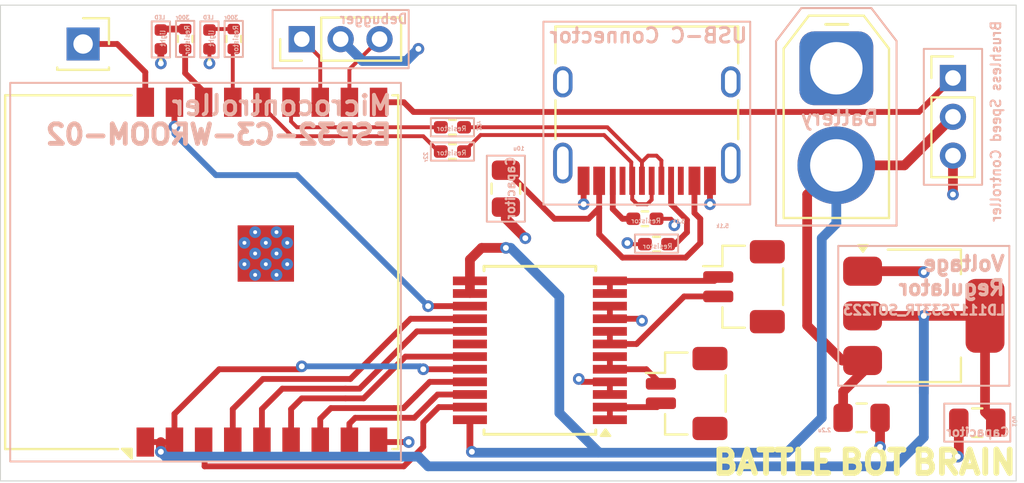
<source format=kicad_pcb>
(kicad_pcb (version 20241229) (generator "pcbnew") (generator_version "9.0")
  (layers (0 "F.Cu" signal) (2 "B.Cu" signal) (13 "F.Paste" user) (15 "B.Paste" user) (5 "F.SilkS" user "F.Silkscreen") (7 "B.SilkS" user "B.Silkscreen") (1 "F.Mask" user) (3 "B.Mask" user) (25 "Edge.Cuts" user))
  (net 0 "")
  (net 1 "VBUS")
  (net 2 "GND")
  (net 3 "Net-(J1-CC1)")
  (net 4 "Net-(J1-D--PadA7)")
  (net 5 "Net-(J1-D+-PadA6)")
  (net 6 "Net-(J1-CC2)")
  (net 7 "/USB_D+")
  (net 8 "/USB_D-")
  (net 9 "+3V3")
  (net 10 "+BATT")
  (net 11 "/BOOT")
  (net 12 "Net-(D2-A)")
  (net 13 "Net-(M1-Pin_2)")
  (net 14 "Net-(M1-Pin_1)")
  (net 15 "Net-(M2-Pin_2)")
  (net 16 "Net-(M2-Pin_1)")
  (net 17 "/L1")
  (net 18 "Net-(DBG1-Pin_1)")
  (net 19 "/ESC_PWM")
  (net 20 "/PWM_B")
  (net 21 "/PWM_A")
  (net 22 "Net-(DBG1-Pin_3)")
  (net 23 "/AIN2")
  (net 24 "/AIN1")
  (net 25 "/STBY")
  (net 26 "/BIN1")
  (net 27 "/BIN2")
  (net 28 "Net-(D1-A)")
  (net 29 "/L2")
  (footprint "Connector_AMASS:AMASS_XT30U-F_1x02_P5.0mm_Vertical" (layer "F.Cu") (at 142.75 73.75 -90)
    (property "Reference" "J2" (hide yes))
    (property "Value" "Conn_01x02_Socket" (hide yes))
    (fp_text user "+" (at 0 0 90) (layer "F.SilkS") (effects (font (size 1.5 1.5))))
    (fp_text user "-" (at -2.375 -0.025 180) (layer "F.SilkS") (effects (font (size 1.5 1.5))))
    (pad "1" thru_hole roundrect (at 0 0 270) (size 3.8 3.8) (drill 2.7) (layers "*.Cu" "*.Mask") (roundrect_rratio 0.2) (net 2 "GND"))
    (pad "2" thru_hole circle (at 5 0 270) (size 4 4) (drill 2.7) (layers "*.Cu" "*.Mask") (net 10 "+BATT"))
  )
  (footprint "RF_Module:ESP32-C3-WROOM-02" (layer "F.Cu") (at 113.2 84.25 90)
    (property "Reference" "U1" (hide yes))
    (property "Value" "ESP32-C3-WROOM-02" (hide yes))
    (pad "1" smd rect (at -8.75 -6 90) (size 1.5 0.9) (layers "F.Cu" "F.Mask" "F.Paste") (net 9 "+3V3"))
    (pad "2" smd rect (at -8.75 -4.5 90) (size 1.5 0.9) (layers "F.Cu" "F.Mask" "F.Paste") (net 9 "+3V3"))
    (pad "3" smd rect (at -8.75 -3 90) (size 1.5 0.9) (layers "F.Cu" "F.Mask" "F.Paste") (net 21 "/PWM_A"))
    (pad "4" smd rect (at -8.75 -1.5 90) (size 1.5 0.9) (layers "F.Cu" "F.Mask" "F.Paste") (net 27 "/BIN2"))
    (pad "5" smd rect (at -8.75 0 90) (size 1.5 0.9) (layers "F.Cu" "F.Mask" "F.Paste") (net 26 "/BIN1"))
    (pad "6" smd rect (at -8.75 1.5 90) (size 1.5 0.9) (layers "F.Cu" "F.Mask" "F.Paste") (net 25 "/STBY"))
    (pad "7" smd rect (at -8.75 3 90) (size 1.5 0.9) (layers "F.Cu" "F.Mask" "F.Paste") (net 24 "/AIN1"))
    (pad "8" smd rect (at -8.75 4.5 90) (size 1.5 0.9) (layers "F.Cu" "F.Mask" "F.Paste") (net 23 "/AIN2"))
    (pad "9" smd rect (at -8.75 6 90) (size 1.5 0.9) (layers "F.Cu" "F.Mask" "F.Paste") (net 2 "GND"))
    (pad "10" smd rect (at 8.75 6 90) (size 1.5 0.9) (layers "F.Cu" "F.Mask" "F.Paste") (net 19 "/ESC_PWM"))
    (pad "11" smd rect (at 8.75 4.5 90) (size 1.5 0.9) (layers "F.Cu" "F.Mask" "F.Paste") (net 22 "Net-(DBG1-Pin_3)"))
    (pad "12" smd rect (at 8.75 3 90) (size 1.5 0.9) (layers "F.Cu" "F.Mask" "F.Paste") (net 18 "Net-(DBG1-Pin_1)"))
    (pad "13" smd rect (at 8.75 1.5 90) (size 1.5 0.9) (layers "F.Cu" "F.Mask" "F.Paste") (net 8 "/USB_D-"))
    (pad "14" smd rect (at 8.75 0 90) (size 1.5 0.9) (layers "F.Cu" "F.Mask" "F.Paste") (net 7 "/USB_D+"))
    (pad "15" smd rect (at 8.75 -1.5 90) (size 1.5 0.9) (layers "F.Cu" "F.Mask" "F.Paste") (net 17 "/L1"))
    (pad "16" smd rect (at 8.75 -3 90) (size 1.5 0.9) (layers "F.Cu" "F.Mask" "F.Paste") (net 29 "/L2"))
    (pad "17" smd rect (at 8.75 -4.5 90) (size 1.5 0.9) (layers "F.Cu" "F.Mask" "F.Paste") (net 20 "/PWM_B"))
    (pad "18" smd rect (at 8.75 -6 90) (size 1.5 0.9) (layers "F.Cu" "F.Mask" "F.Paste") (net 11 "/BOOT"))
    (pad "19" thru_hole circle (at -0.14 -0.35 90) (size 0.6 0.6) (drill 0.2) (property pad_prop_heatsink) (layers "*.Cu" "F.Mask") (net 2 "GND"))
    (pad "19" thru_hole circle (at -0.14 0.75 90) (size 0.6 0.6) (drill 0.2) (property pad_prop_heatsink) (layers "*.Cu" "F.Mask") (net 2 "GND"))
    (pad "19" thru_hole circle (at 0.41 -0.9 90) (size 0.6 0.6) (drill 0.2) (property pad_prop_heatsink) (layers "*.Cu" "F.Mask") (net 2 "GND"))
    (pad "19" thru_hole circle (at 0.41 0.2 90) (size 0.6 0.6) (drill 0.2) (property pad_prop_heatsink) (layers "*.Cu" "F.Mask") (net 2 "GND"))
    (pad "19" thru_hole circle (at 0.41 1.3 90) (size 0.6 0.6) (drill 0.2) (property pad_prop_heatsink) (layers "*.Cu" "F.Mask") (net 2 "GND"))
    (pad "19" thru_hole circle (at 0.96 -0.35 90) (size 0.6 0.6) (drill 0.2) (property pad_prop_heatsink) (layers "*.Cu" "F.Mask") (net 2 "GND"))
    (pad "19" smd rect (at 0.96 0.2 90) (size 2.9 2.9) (property pad_prop_heatsink) (layers "F.Cu" "F.Mask") (net 2 "GND"))
    (pad "19" thru_hole circle (at 0.96 0.75 90) (size 0.6 0.6) (drill 0.2) (property pad_prop_heatsink) (layers "*.Cu" "F.Mask") (net 2 "GND"))
    (pad "19" thru_hole circle (at 1.51 -0.9 90) (size 0.6 0.6) (drill 0.2) (property pad_prop_heatsink) (layers "*.Cu" "F.Mask") (net 2 "GND"))
    (pad "19" thru_hole circle (at 1.51 0.2 90) (size 0.6 0.6) (drill 0.2) (property pad_prop_heatsink) (layers "*.Cu" "F.Mask") (net 2 "GND"))
    (pad "19" thru_hole circle (at 1.51 1.3 90) (size 0.6 0.6) (drill 0.2) (property pad_prop_heatsink) (layers "*.Cu" "F.Mask") (net 2 "GND"))
    (pad "19" thru_hole circle (at 2.06 -0.35 90) (size 0.6 0.6) (drill 0.2) (property pad_prop_heatsink) (layers "*.Cu" "F.Mask") (net 2 "GND"))
    (pad "19" thru_hole circle (at 2.06 0.75 90) (size 0.6 0.6) (drill 0.2) (property pad_prop_heatsink) (layers "*.Cu" "F.Mask") (net 2 "GND"))
  )
  (footprint "Connector_PinSocket_2.54mm:PinSocket_1x01_P2.54mm_Vertical" (layer "F.Cu") (at 104 72.5)
    (property "Reference" "J4" (hide yes))
    (property "Value" "Conn_01x01_Pin" (hide yes))
    (pad "1" thru_hole rect (at 0 0) (size 1.7 1.7) (drill 1) (layers "*.Cu" "*.Mask") (net 11 "/BOOT"))
  )
  (footprint "Resistor_SMD:R_0402_1005Metric" (layer "F.Cu") (at 109.25 72.24 90)
    (property "Reference" "R4" (hide yes))
    (property "Value" "330r" (hide yes))
    (pad "1" smd roundrect (at -0.51 0 90) (size 0.54 0.64) (layers "F.Cu" "F.Mask" "F.Paste") (net 29 "/L2"))
    (pad "2" smd roundrect (at 0.51 0 90) (size 0.54 0.64) (layers "F.Cu" "F.Mask" "F.Paste") (net 12 "Net-(D2-A)"))
  )
  (footprint "Resistor_SMD:R_0402_1005Metric_Pad0.72x0.64mm_HandSolder" (layer "F.Cu") (at 123 76.788 180)
    (property "Reference" "R6" (hide yes))
    (property "Value" "22r" (hide yes))
    (pad "1" smd roundrect (at -0.5975 0 180) (size 0.715 0.64) (layers "F.Cu" "F.Mask" "F.Paste") (net 4 "Net-(J1-D--PadA7)"))
    (pad "2" smd roundrect (at 0.5975 0 180) (size 0.715 0.64) (layers "F.Cu" "F.Mask" "F.Paste") (net 8 "/USB_D-"))
  )
  (footprint "Connector_PinHeader_2.00mm:PinHeader_1x03_P2.00mm_Vertical" (layer "F.Cu") (at 115.25 72.25 90)
    (property "Reference" "DBG1" (hide yes))
    (property "Value" "Conn_01x03_Pin" (hide yes))
    (pad "1" thru_hole rect (at 0 0 90) (size 1.35 1.35) (drill 0.8) (layers "*.Cu" "*.Mask") (net 18 "Net-(DBG1-Pin_1)"))
    (pad "2" thru_hole circle (at 0 2 90) (size 1.35 1.35) (drill 0.8) (layers "*.Cu" "*.Mask") (net 2 "GND"))
    (pad "3" thru_hole circle (at 0 4 90) (size 1.35 1.35) (drill 0.8) (layers "*.Cu" "*.Mask") (net 22 "Net-(DBG1-Pin_3)"))
  )
  (footprint "Resistor_SMD:R_0402_1005Metric_Pad0.72x0.64mm_HandSolder" (layer "F.Cu") (at 123 78.038 180)
    (property "Reference" "R5" (hide yes))
    (property "Value" "22r" (hide yes))
    (pad "1" smd roundrect (at -0.5975 0 180) (size 0.715 0.64) (layers "F.Cu" "F.Mask" "F.Paste") (net 5 "Net-(J1-D+-PadA6)"))
    (pad "2" smd roundrect (at 0.5975 0 180) (size 0.715 0.64) (layers "F.Cu" "F.Mask" "F.Paste") (net 7 "/USB_D+"))
  )
  (footprint "Connector_JST:JST_SH_BM02B-SRSS-TB_1x02-1MP_P1.00mm_Vertical" (layer "F.Cu") (at 138 85 -90)
    (property "Reference" "M1" (hide yes))
    (property "Value" "Conn_01x02_Socket" (hide yes))
    (pad "1" smd roundrect (at -0.5 1.325 270) (size 0.6 1.55) (layers "F.Cu" "F.Mask" "F.Paste") (net 14 "Net-(M1-Pin_1)"))
    (pad "2" smd roundrect (at 0.5 1.325 270) (size 0.6 1.55) (layers "F.Cu" "F.Mask" "F.Paste") (net 13 "Net-(M1-Pin_2)"))
    (pad "MP" smd roundrect (at -1.8 -1.2 270) (size 1.2 1.8) (layers "F.Cu" "F.Mask" "F.Paste") (roundrect_rratio 0.208333))
    (pad "MP" smd roundrect (at 1.8 -1.2 270) (size 1.2 1.8) (layers "F.Cu" "F.Mask" "F.Paste") (roundrect_rratio 0.208333))
  )
  (footprint "Resistor_SMD:R_0402_1005Metric_Pad0.72x0.64mm_HandSolder" (layer "F.Cu") (at 133.5 82.81)
    (property "Reference" "R1" (hide yes))
    (property "Value" "5.1k" (hide yes))
    (pad "1" smd roundrect (at -0.5975 0) (size 0.715 0.64) (layers "F.Cu" "F.Mask" "F.Paste") (net 2 "GND"))
    (pad "2" smd roundrect (at 0.5975 0) (size 0.715 0.64) (layers "F.Cu" "F.Mask" "F.Paste") (net 3 "Net-(J1-CC1)"))
  )
  (footprint "Connector_USB:USB_C_Receptacle_HRO_TYPE-C-31-M-12" (layer "F.Cu") (at 133 75.5 180)
    (property "Reference" "J1" (hide yes))
    (property "Value" "USB_C_Receptacle_USB2.0_14P" (hide yes))
    (pad "" np_thru_hole circle (at -2.89 -2.6 180) (size 0.65 0.65) (drill 0.65) (layers "*.Cu" "*.Mask"))
    (pad "" np_thru_hole circle (at 2.89 -2.6 180) (size 0.65 0.65) (drill 0.65) (layers "*.Cu" "*.Mask"))
    (pad "A1" smd rect (at -3.25 -4.045 180) (size 0.6 1.45) (layers "F.Cu" "F.Mask" "F.Paste") (net 2 "GND"))
    (pad "A4" smd rect (at -2.45 -4.045 180) (size 0.6 1.45) (layers "F.Cu" "F.Mask" "F.Paste") (net 1 "VBUS"))
    (pad "A5" smd rect (at -1.25 -4.045 180) (size 0.3 1.45) (layers "F.Cu" "F.Mask" "F.Paste") (net 3 "Net-(J1-CC1)"))
    (pad "A6" smd rect (at -0.25 -4.045 180) (size 0.3 1.45) (layers "F.Cu" "F.Mask" "F.Paste") (net 5 "Net-(J1-D+-PadA6)"))
    (pad "A7" smd rect (at 0.25 -4.045 180) (size 0.3 1.45) (layers "F.Cu" "F.Mask" "F.Paste") (net 4 "Net-(J1-D--PadA7)"))
    (pad "A8" smd rect (at 1.25 -4.045 180) (size 0.3 1.45) (layers "F.Cu" "F.Mask" "F.Paste"))
    (pad "A9" smd rect (at 2.45 -4.045 180) (size 0.6 1.45) (layers "F.Cu" "F.Mask" "F.Paste") (net 1 "VBUS"))
    (pad "A12" smd rect (at 3.25 -4.045 180) (size 0.6 1.45) (layers "F.Cu" "F.Mask" "F.Paste") (net 2 "GND"))
    (pad "B1" smd rect (at 3.25 -4.045 180) (size 0.6 1.45) (layers "F.Cu" "F.Mask" "F.Paste") (net 2 "GND"))
    (pad "B4" smd rect (at 2.45 -4.045 180) (size 0.6 1.45) (layers "F.Cu" "F.Mask" "F.Paste") (net 1 "VBUS"))
    (pad "B5" smd rect (at 1.75 -4.045 180) (size 0.3 1.45) (layers "F.Cu" "F.Mask" "F.Paste") (net 6 "Net-(J1-CC2)"))
    (pad "B6" smd rect (at 0.75 -4.045 180) (size 0.3 1.45) (layers "F.Cu" "F.Mask" "F.Paste") (net 5 "Net-(J1-D+-PadA6)"))
    (pad "B7" smd rect (at -0.75 -4.045 180) (size 0.3 1.45) (layers "F.Cu" "F.Mask" "F.Paste") (net 4 "Net-(J1-D--PadA7)"))
    (pad "B8" smd rect (at -1.75 -4.045 180) (size 0.3 1.45) (layers "F.Cu" "F.Mask" "F.Paste"))
    (pad "B9" smd rect (at -2.45 -4.045 180) (size 0.6 1.45) (layers "F.Cu" "F.Mask" "F.Paste") (net 1 "VBUS"))
    (pad "B12" smd rect (at -3.25 -4.045 180) (size 0.6 1.45) (layers "F.Cu" "F.Mask" "F.Paste") (net 2 "GND"))
    (pad "S1" thru_hole oval (at -4.32 -3.13 180) (size 1 2.1) (drill oval 0.6 1.7) (property pad_prop_heatsink) (layers "*.Cu" "*.Mask") (net 2 "GND"))
    (pad "S1" thru_hole oval (at -4.32 1.05 180) (size 1 1.6) (drill oval 0.6 1.2) (property pad_prop_heatsink) (layers "*.Cu" "*.Mask") (net 2 "GND"))
    (pad "S1" thru_hole oval (at 4.32 -3.13 180) (size 1 2.1) (drill oval 0.6 1.7) (property pad_prop_heatsink) (layers "*.Cu" "*.Mask") (net 2 "GND"))
    (pad "S1" thru_hole oval (at 4.32 1.05 180) (size 1 1.6) (drill oval 0.6 1.2) (property pad_prop_heatsink) (layers "*.Cu" "*.Mask") (net 2 "GND"))
  )
  (footprint "LED_SMD:LED_0402_1005Metric" (layer "F.Cu") (at 110.5 72.265 90)
    (property "Reference" "D1" (hide yes))
    (property "Value" "LED" (hide yes))
    (pad "1" smd roundrect (at -0.485 0 90) (size 0.59 0.64) (layers "F.Cu" "F.Mask" "F.Paste") (net 2 "GND"))
    (pad "2" smd roundrect (at 0.485 0 90) (size 0.59 0.64) (layers "F.Cu" "F.Mask" "F.Paste") (net 28 "Net-(D1-A)"))
  )
  (footprint "Capacitor_SMD:C_0805_2012Metric" (layer "F.Cu") (at 125.75 79.95 -90)
    (property "Reference" "C1" (hide yes))
    (property "Value" "10u" (hide yes))
    (pad "1" smd roundrect (at -0.95 0 270) (size 1 1.45) (layers "F.Cu" "F.Mask" "F.Paste") (net 1 "VBUS"))
    (pad "2" smd roundrect (at 0.95 0 270) (size 1 1.45) (layers "F.Cu" "F.Mask" "F.Paste") (net 2 "GND"))
  )
  (footprint "Package_SO:SSOP-24_5.3x8.2mm_P0.65mm" (layer "F.Cu") (at 127.5 88.275 180)
    (property "Reference" "U2" (hide yes))
    (property "Value" "TB6612FNG")
    (pad "1" smd rect (at -3.6 -3.575 180) (size 1.75 0.45) (layers "F.Cu" "F.Mask" "F.Paste") (net 15 "Net-(M2-Pin_2)"))
    (pad "2" smd rect (at -3.6 -2.925 180) (size 1.75 0.45) (layers "F.Cu" "F.Mask" "F.Paste") (net 15 "Net-(M2-Pin_2)"))
    (pad "3" smd rect (at -3.6 -2.275 180) (size 1.75 0.45) (layers "F.Cu" "F.Mask" "F.Paste") (net 2 "GND"))
    (pad "4" smd rect (at -3.6 -1.625 180) (size 1.75 0.45) (layers "F.Cu" "F.Mask" "F.Paste") (net 2 "GND"))
    (pad "5" smd rect (at -3.6 -0.975 180) (size 1.75 0.45) (layers "F.Cu" "F.Mask" "F.Paste") (net 16 "Net-(M2-Pin_1)"))
    (pad "6" smd rect (at -3.6 -0.325 180) (size 1.75 0.45) (layers "F.Cu" "F.Mask" "F.Paste") (net 16 "Net-(M2-Pin_1)"))
    (pad "7" smd rect (at -3.6 0.325 180) (size 1.75 0.45) (layers "F.Cu" "F.Mask" "F.Paste") (net 13 "Net-(M1-Pin_2)"))
    (pad "8" smd rect (at -3.6 0.975 180) (size 1.75 0.45) (layers "F.Cu" "F.Mask" "F.Paste") (net 13 "Net-(M1-Pin_2)"))
    (pad "9" smd rect (at -3.6 1.625 180) (size 1.75 0.45) (layers "F.Cu" "F.Mask" "F.Paste") (net 2 "GND"))
    (pad "10" smd rect (at -3.6 2.275 180) (size 1.75 0.45) (layers "F.Cu" "F.Mask" "F.Paste") (net 2 "GND"))
    (pad "11" smd rect (at -3.6 2.925 180) (size 1.75 0.45) (layers "F.Cu" "F.Mask" "F.Paste") (net 14 "Net-(M1-Pin_1)"))
    (pad "12" smd rect (at -3.6 3.575 180) (size 1.75 0.45) (layers "F.Cu" "F.Mask" "F.Paste") (net 14 "Net-(M1-Pin_1)"))
    (pad "13" smd rect (at 3.6 3.575 180) (size 1.75 0.45) (layers "F.Cu" "F.Mask" "F.Paste") (net 10 "+BATT"))
    (pad "14" smd rect (at 3.6 2.925 180) (size 1.75 0.45) (layers "F.Cu" "F.Mask" "F.Paste") (net 10 "+BATT"))
    (pad "15" smd rect (at 3.6 2.275 180) (size 1.75 0.45) (layers "F.Cu" "F.Mask" "F.Paste") (net 20 "/PWM_B"))
    (pad "16" smd rect (at 3.6 1.625 180) (size 1.75 0.45) (layers "F.Cu" "F.Mask" "F.Paste") (net 27 "/BIN2"))
    (pad "17" smd rect (at 3.6 0.975 180) (size 1.75 0.45) (layers "F.Cu" "F.Mask" "F.Paste") (net 26 "/BIN1"))
    (pad "18" smd rect (at 3.6 0.325 180) (size 1.75 0.45) (layers "F.Cu" "F.Mask" "F.Paste") (net 2 "GND"))
    (pad "19" smd rect (at 3.6 -0.325 180) (size 1.75 0.45) (layers "F.Cu" "F.Mask" "F.Paste") (net 25 "/STBY"))
    (pad "20" smd rect (at 3.6 -0.975 180) (size 1.75 0.45) (layers "F.Cu" "F.Mask" "F.Paste") (net 9 "+3V3"))
    (pad "21" smd rect (at 3.6 -1.625 180) (size 1.75 0.45) (layers "F.Cu" "F.Mask" "F.Paste") (net 24 "/AIN1"))
    (pad "22" smd rect (at 3.6 -2.275 180) (size 1.75 0.45) (layers "F.Cu" "F.Mask" "F.Paste") (net 23 "/AIN2"))
    (pad "23" smd rect (at 3.6 -2.925 180) (size 1.75 0.45) (layers "F.Cu" "F.Mask" "F.Paste") (net 21 "/PWM_A"))
    (pad "24" smd rect (at 3.6 -3.575 180) (size 1.75 0.45) (layers "F.Cu" "F.Mask" "F.Paste") (net 10 "+BATT"))
  )
  (footprint "Resistor_SMD:R_0402_1005Metric" (layer "F.Cu") (at 111.75 72.24 90)
    (property "Reference" "R3" (hide yes))
    (property "Value" "330r" (hide yes))
    (pad "1" smd roundrect (at -0.51 0 90) (size 0.54 0.64) (layers "F.Cu" "F.Mask" "F.Paste") (net 17 "/L1"))
    (pad "2" smd roundrect (at 0.51 0 90) (size 0.54 0.64) (layers "F.Cu" "F.Mask" "F.Paste") (net 28 "Net-(D1-A)"))
  )
  (footprint "LED_SMD:LED_0402_1005Metric" (layer "F.Cu") (at 108 72.265 90)
    (property "Reference" "D2" (hide yes))
    (property "Value" "LED" (hide yes))
    (pad "1" smd roundrect (at -0.485 0 90) (size 0.59 0.64) (layers "F.Cu" "F.Mask" "F.Paste") (net 2 "GND"))
    (pad "2" smd roundrect (at 0.485 0 90) (size 0.59 0.64) (layers "F.Cu" "F.Mask" "F.Paste") (net 12 "Net-(D2-A)"))
  )
  (footprint "Package_TO_SOT_SMD:SOT-223-3_TabPin2" (layer "F.Cu") (at 147.25 86.5)
    (property "Reference" "U4" (hide yes))
    (property "Value" "LD1117S33TR_SOT223" (hide yes))
    (pad "1" smd roundrect (at -3.15 -2.3) (size 2 1.5) (layers "F.Cu" "F.Mask" "F.Paste") (net 2 "GND"))
    (pad "2" smd roundrect (at -3.15 0) (size 2 1.5) (layers "F.Cu" "F.Mask" "F.Paste") (net 9 "+3V3"))
    (pad "2" smd roundrect (at 3.15 0) (size 2 3.8) (layers "F.Cu" "F.Mask" "F.Paste") (net 9 "+3V3"))
    (pad "3" smd roundrect (at -3.15 2.3) (size 2 1.5) (layers "F.Cu" "F.Mask" "F.Paste") (net 10 "+BATT"))
  )
  (footprint "Connector_JST:JST_SH_BM02B-SRSS-TB_1x02-1MP_P1.00mm_Vertical" (layer "F.Cu") (at 135.05 90.5 -90)
    (property "Reference" "M2" (hide yes))
    (property "Value" "Conn_01x02_Socket" (hide yes))
    (pad "1" smd roundrect (at -0.5 1.325 270) (size 0.6 1.55) (layers "F.Cu" "F.Mask" "F.Paste") (net 16 "Net-(M2-Pin_1)"))
    (pad "2" smd roundrect (at 0.5 1.325 270) (size 0.6 1.55) (layers "F.Cu" "F.Mask" "F.Paste") (net 15 "Net-(M2-Pin_2)"))
    (pad "MP" smd roundrect (at -1.8 -1.2 270) (size 1.2 1.8) (layers "F.Cu" "F.Mask" "F.Paste") (roundrect_rratio 0.208333))
    (pad "MP" smd roundrect (at 1.8 -1.2 270) (size 1.2 1.8) (layers "F.Cu" "F.Mask" "F.Paste") (roundrect_rratio 0.208333))
  )
  (footprint "Capacitor_SMD:C_0805_2012Metric" (layer "F.Cu") (at 144.05 91.75)
    (property "Reference" "C6" (hide yes))
    (property "Value" "2.2u" (hide yes))
    (pad "1" smd roundrect (at -0.95 0) (size 1 1.45) (layers "F.Cu" "F.Mask" "F.Paste") (net 10 "+BATT"))
    (pad "2" smd roundrect (at 0.95 0) (size 1 1.45) (layers "F.Cu" "F.Mask" "F.Paste") (net 2 "GND"))
  )
  (footprint "Capacitor_SMD:C_0805_2012Metric" (layer "F.Cu") (at 150 92 180)
    (property "Reference" "C5" (hide yes))
    (property "Value" "10u" (hide yes))
    (pad "1" smd roundrect (at -0.95 0 180) (size 1 1.45) (layers "F.Cu" "F.Mask" "F.Paste") (net 9 "+3V3"))
    (pad "2" smd roundrect (at 0.95 0 180) (size 1 1.45) (layers "F.Cu" "F.Mask" "F.Paste") (net 2 "GND"))
  )
  (footprint "Resistor_SMD:R_0402_1005Metric_Pad0.72x0.64mm_HandSolder" (layer "F.Cu") (at 132.9025 81.5 180)
    (property "Reference" "R2" (hide yes))
    (property "Value" "5.1k" (hide yes))
    (pad "1" smd roundrect (at -0.5975 0 180) (size 0.715 0.64) (layers "F.Cu" "F.Mask" "F.Paste") (net 2 "GND"))
    (pad "2" smd roundrect (at 0.5975 0 180) (size 0.715 0.64) (layers "F.Cu" "F.Mask" "F.Paste") (net 6 "Net-(J1-CC2)"))
  )
  (footprint "Connector_PinHeader_2.00mm:PinHeader_1x03_P2.00mm_Vertical" (layer "F.Cu") (at 148.75 74.25)
    (property "Reference" "J3" (hide yes))
    (property "Value" "Conn_01x03_Pin" (hide yes))
    (pad "1" thru_hole rect (at 0 0) (size 1.35 1.35) (drill 0.8) (layers "*.Cu" "*.Mask") (net 19 "/ESC_PWM"))
    (pad "2" thru_hole circle (at 0 2) (size 1.35 1.35) (drill 0.8) (layers "*.Cu" "*.Mask") (net 10 "+BATT"))
    (pad "3" thru_hole circle (at 0 4) (size 1.35 1.35) (drill 0.8) (layers "*.Cu" "*.Mask") (net 2 "GND"))
  )
  (gr_line (start 145.85 72.35) (end 144.55 70.65) (stroke (width 0.1)) (layer "B.SilkS"))
  (gr_line (start 151.65 82.9) (end 142.85 82.9) (stroke (width 0.1)) (layer "B.SilkS"))
  (gr_line (start 144.55 70.65) (end 140.95 70.65) (stroke (width 0.1)) (layer "B.SilkS"))
  (gr_rect (start 121.89 77.568) (end 124.11 78.508) (stroke (width 0.1)) (fill no) (layer "B.SilkS"))
  (gr_rect (start 110.03 71.335) (end 110.97 73.195) (stroke (width 0.1)) (fill no) (layer "B.SilkS"))
  (gr_rect (start 111.28 71.31) (end 112.22 73.17) (stroke (width 0.1)) (fill no) (layer "B.SilkS"))
  (gr_line (start 139.65 72.35) (end 139.65 81.85) (stroke (width 0.1)) (layer "B.SilkS"))
  (gr_line (start 140.95 70.65) (end 139.65 72.35) (stroke (width 0.1)) (layer "B.SilkS"))
  (gr_line (start 139.65 81.85) (end 145.85 81.85) (stroke (width 0.1)) (layer "B.SilkS"))
  (gr_line (start 139.65 72.35) (end 139.65 81.85) (stroke (width 0.1)) (layer "B.SilkS"))
  (gr_rect (start 108.78 71.31) (end 109.72 73.17) (stroke (width 0.1)) (fill no) (layer "B.SilkS"))
  (gr_line (start 139.65 81.85) (end 145.85 81.85) (stroke (width 0.1)) (layer "B.SilkS"))
  (gr_line (start 140.95 70.65) (end 139.65 72.35) (stroke (width 0.1)) (layer "B.SilkS"))
  (gr_rect (start 121.89 76.318) (end 124.11 77.258) (stroke (width 0.1)) (fill no) (layer "B.SilkS"))
  (gr_rect (start 100.25 74.5) (end 120.35 94) (stroke (width 0.1)) (fill no) (layer "B.SilkS"))
  (gr_rect (start 107.53 71.335) (end 108.47 73.195) (stroke (width 0.1)) (fill no) (layer "B.SilkS"))
  (gr_line (start 145.85 81.85) (end 145.85 72.35) (stroke (width 0.1)) (layer "B.SilkS"))
  (gr_rect (start 147.25 72.75) (end 150.25 79.75) (stroke (width 0.1)) (fill no) (layer "B.SilkS"))
  (gr_rect (start 132.39 82.31) (end 134.61 83.25) (stroke (width 0.1)) (fill no) (layer "B.SilkS"))
  (gr_line (start 145.85 81.85) (end 145.85 72.35) (stroke (width 0.1)) (layer "B.SilkS"))
  (gr_rect (start 148.3 91.02) (end 151.7 92.98) (stroke (width 0.1)) (fill no) (layer "B.SilkS"))
  (gr_line (start 151.65 90.1) (end 142.85 90.1) (stroke (width 0.1)) (layer "B.SilkS"))
  (gr_line (start 145.85 72.35) (end 144.55 70.65) (stroke (width 0.1)) (layer "B.SilkS"))
  (gr_line (start 144.55 70.65) (end 140.95 70.65) (stroke (width 0.1)) (layer "B.SilkS"))
  (gr_rect (start 127.68 71.35) (end 138.32 80.77) (stroke (width 0.1)) (fill no) (layer "B.SilkS"))
  (gr_line (start 151.65 82.9) (end 151.65 90.1) (stroke (width 0.1)) (layer "B.SilkS"))
  (gr_line (start 142.85 90.1) (end 142.85 82.9) (stroke (width 0.1)) (layer "B.SilkS"))
  (gr_rect (start 124.77 78.25) (end 126.73 81.65) (stroke (width 0.1)) (fill no) (layer "B.SilkS"))
  (gr_rect (start 113.75 70.75) (end 120.75 73.75) (stroke (width 0.1)) (fill no) (layer "B.SilkS"))
  (gr_line (start 152 70.5) (end 99.75 70.5) (stroke (width 0.05)) (layer "Edge.Cuts"))
  (gr_line (start 99.75 70.5) (end 99.75 95) (stroke (width 0.05)) (layer "Edge.Cuts"))
  (gr_line (start 152 70.5) (end 152 95) (stroke (width 0.05)) (layer "Edge.Cuts"))
  (gr_line (start 152 95) (end 99.75 95) (stroke (width 0.05)) (layer "Edge.Cuts"))
  (gr_text "BATTLE\n" (at 136.25 94.75 0) (layer "F.SilkS") (effects (font (size 1.2 1.2) (thickness 0.3) (bold yes)) (justify left bottom)))
  (gr_text "BRAIN" (at 146.5 94.75 0) (layer "F.SilkS") (effects (font (size 1.2 1.2) (thickness 0.3) (bold yes)) (justify left bottom)))
  (gr_text "BOT" (at 142.75 94.75 0) (layer "F.SilkS") (effects (font (size 1.2 1.2) (thickness 0.3) (bold yes)) (justify left bottom)))
  (gr_text "5.1k" (at 137.25 81.9875 0) (layer "B.SilkS") (effects (font (size 0.2 0.2) (thickness 0.05) (bold yes)) (justify left bottom mirror)))
  (gr_text "Regulator" (at 151.5 85.5 0) (layer "B.SilkS") (effects (font (size 0.75 0.75) (thickness 0.1875) (bold yes)) (justify left bottom mirror)))
  (gr_text "Brushless Speed Controller" (at 151.25 71.25 90) (layer "B.SilkS") (effects (font (size 0.5 0.5) (thickness 0.1)) (justify left bottom mirror)))
  (gr_text "Debugger" (at 120.75 71.5 0) (layer "B.SilkS") (effects (font (size 0.5 0.5) (thickness 0.1)) (justify left bottom mirror)))
  (gr_text "5.1k" (at 135 81.75 0) (layer "B.SilkS") (effects (font (size 0.2 0.2) (thickness 0.05) (bold yes)) (justify left bottom mirror)))
  (gr_text "Capacitor" (at 151.7 92.75 0) (layer "B.SilkS") (effects (font (size 0.45 0.45) (thickness 0.1) (bold yes)) (justify left bottom mirror)))
  (gr_text "Capacitor" (at 126.25 78.25 90) (layer "B.SilkS") (effects (font (size 0.45 0.45) (thickness 0.1) (bold yes)) (justify left bottom mirror)))
  (gr_text "Voltage" (at 151.5 84.25 0) (layer "B.SilkS") (effects (font (size 0.75 0.75) (thickness 0.1875) (bold yes)) (justify left bottom mirror)))
  (gr_text "Resistor" (at 123.75 78.25 0) (layer "B.SilkS") (effects (font (size 0.25 0.25) (thickness 0.05)) (justify left bottom mirror)))
  (gr_text "22r\n" (at 121.75 78.038 90) (layer "B.SilkS") (effects (font (size 0.2 0.2) (thickness 0.05) (bold yes)) (justify left bottom mirror)))
  (gr_text "Resistor" (at 123.75 77 0) (layer "B.SilkS") (effects (font (size 0.25 0.25) (thickness 0.05)) (justify left bottom mirror)))
  (gr_text "LED" (at 108.25 71.25 0) (layer "B.SilkS") (effects (font (size 0.2 0.2) (thickness 0.05) (bold yes)) (justify left bottom mirror)))
  (gr_text "Resistor" (at 109.5 71.5 90) (layer "B.SilkS") (effects (font (size 0.25 0.25) (thickness 0.05)) (justify left bottom mirror)))
  (gr_text "LD1117S33TR_SOT223" (at 151.5 86.5 0) (layer "B.SilkS") (effects (font (size 0.5 0.5) (thickness 0.125) (bold yes)) (justify left bottom mirror)))
  (gr_text "2.2u" (at 142.5 92.5 0) (layer "B.SilkS") (effects (font (size 0.2 0.2) (thickness 0.05) (bold yes)) (justify left bottom mirror)))
  (gr_text "Battery" (at 145 76.75 0) (layer "B.SilkS") (effects (font (size 0.75 0.75)) (justify left bottom mirror)))
  (gr_text "300r" (at 109.5 71.25 0) (layer "B.SilkS") (effects (font (size 0.2 0.2) (thickness 0.05) (bold yes)) (justify left bottom mirror)))
  (gr_text "Resistor" (at 112 71.5 90) (layer "B.SilkS") (effects (font (size 0.25 0.25) (thickness 0.05)) (justify left bottom mirror)))
  (gr_text "light" (at 108.25 71.75 90) (layer "B.SilkS") (effects (font (size 0.25 0.25) (thickness 0.05) (bold yes)) (justify left bottom mirror)))
  (gr_text "22r\n" (at 124.25 77 270) (layer "B.SilkS") (effects (font (size 0.2 0.2) (thickness 0.05) (bold yes)) (justify left bottom mirror)))
  (gr_text "Microcontroller" (at 120 76.25 0) (layer "B.SilkS") (effects (font (size 1 1) (thickness 0.2) (bold yes)) (justify left bottom mirror)))
  (gr_text "10u" (at 126.73 78 0) (layer "B.SilkS") (effects (font (size 0.2 0.2) (thickness 0.05) (bold yes)) (justify left bottom mirror)))
  (gr_text "300r" (at 112 71.25 0) (layer "B.SilkS") (effects (font (size 0.2 0.2) (thickness 0.05) (bold yes)) (justify left bottom mirror)))
  (gr_text "USB-C Connector" (at 138.25 72.5 0) (layer "B.SilkS") (effects (font (size 0.75 0.75) (thickness 0.15) (bold yes)) (justify left bottom mirror)))
  (gr_text "LED" (at 110.75 71.25 0) (layer "B.SilkS") (effects (font (size 0.2 0.2) (thickness 0.05) (bold yes)) (justify left bottom mirror)))
  (gr_text "ESP32-C3-WROOM-02" (at 120 77.75 0) (layer "B.SilkS") (effects (font (size 1 1) (thickness 0.25) (bold yes)) (justify left bottom mirror)))
  (gr_text "light" (at 110.75 71.75 90) (layer "B.SilkS") (effects (font (size 0.25 0.25) (thickness 0.05) (bold yes)) (justify left bottom mirror)))
  (gr_text "Resistor" (at 133.75 81.75 0) (layer "B.SilkS") (effects (font (size 0.25 0.25) (thickness 0.05)) (justify left bottom mirror)))
  (gr_text "Resistor" (at 134.3475 83.06 0) (layer "B.SilkS") (effects (font (size 0.25 0.25) (thickness 0.05)) (justify left bottom mirror)))
  (gr_text "10u" (at 151.8 92.25 270) (layer "B.SilkS") (effects (font (size 0.2 0.2) (thickness 0.05) (bold yes)) (justify left bottom mirror)))
  (segment (start 135.75 81.5) (end 135.45 81.2) (width 0.3) (layer "F.Cu") (net 1))
  (segment (start 130.55 80.95) (end 130.55 79.545) (width 0.3) (layer "F.Cu") (net 1))
  (segment (start 131.75 83.5) (end 135 83.5) (width 0.3) (layer "F.Cu") (net 1))
  (segment (start 130.55 82.3) (end 131.75 83.5) (width 0.3) (layer "F.Cu") (net 1))
  (segment (start 125.75 79) (end 128.25 81.5) (width 0.3) (layer "F.Cu") (net 1))
  (segment (start 135.75 82.75) (end 135.75 81.5) (width 0.3) (layer "F.Cu") (net 1))
  (segment (start 130 81.5) (end 130.375 81.125) (width 0.3) (layer "F.Cu") (net 1))
  (segment (start 130.375 81.125) (end 130.274 81.226) (width 0.3) (layer "F.Cu") (net 1))
  (segment (start 130.375 81.125) (end 130.55 80.95) (width 0.3) (layer "F.Cu") (net 1))
  (segment (start 135.45 79.545) (end 135.51738 79.61238) (width 0.2) (layer "F.Cu") (net 1))
  (segment (start 135.45 81.2) (end 135.45 79.545) (width 0.3) (layer "F.Cu") (net 1))
  (segment (start 135 83.5) (end 135.75 82.75) (width 0.3) (layer "F.Cu") (net 1))
  (segment (start 128.25 81.5) (end 130 81.5) (width 0.3) (layer "F.Cu") (net 1))
  (segment (start 130.55 80.95) (end 130.55 82.3) (width 0.3) (layer "F.Cu") (net 1))
  (segment (start 119.2 93) (end 120.75 93) (width 0.3) (layer "F.Cu") (net 2))
  (segment (start 131.1 86) (end 131.1 86.65) (width 0.3) (layer "F.Cu") (net 2))
  (segment (start 110.5 72.75) (end 110.5 73.5) (width 0.2) (layer "F.Cu") (net 2))
  (segment (start 125.74707 80.89707) (end 125.743889 80.89707) (width 0.5) (layer "F.Cu") (net 2))
  (segment (start 131.1 90.55) (end 131.1 89.9) (width 0.3) (layer "F.Cu") (net 2))
  (segment (start 132.9025 82.81) (end 132.06 82.81) (width 0.2) (layer "F.Cu") (net 2))
  (segment (start 131.1 86.65) (end 132.65 86.65) (width 0.3) (layer "F.Cu") (net 2))
  (segment (start 108 72.75) (end 108 73.5) (width 0.35) (layer "F.Cu") (net 2))
  (segment (start 125.75 80.9) (end 125.74707 80.89707) (width 0.5) (layer "F.Cu") (net 2))
  (segment (start 134.25 81.5) (end 134.5 81.75) (width 0.2) (layer "F.Cu") (net 2))
  (segment (start 149.05 92) (end 149.05 93.7) (width 0.5) (layer "F.Cu") (net 2))
  (segment (start 131.1 89.9) (end 129.65 89.9) (width 0.3) (layer "F.Cu") (net 2))
  (segment (start 129.75 79.545) (end 129.75 80.75) (width 0.3) (layer "F.Cu") (net 2))
  (segment (start 134.5 81.75) (end 134.41538 81.83462) (width 0.2) (layer "F.Cu") (net 2))
  (segment (start 147.2 84.2) (end 147.25 84.25) (width 0.5) (layer "F.Cu") (net 2))
  (segment (start 125.743889 80.89707) (end 125.743889 81.493889) (width 0.5) (layer "F.Cu") (net 2))
  (segment (start 132.65 86.65) (end 132.75 86.75) (width 0.3) (layer "F.Cu") (net 2))
  (segment (start 132.06 82.81) (end 132 82.75) (width 0.2) (layer "F.Cu") (net 2))
  (segment (start 145 91.75) (end 145 93.25) (width 0.5) (layer "F.Cu") (net 2))
  (segment (start 129.65 89.9) (end 129.5 89.75) (width 0.3) (layer "F.Cu") (net 2))
  (segment (start 148.75 78.25) (end 148.75 80.25) (width 0.5) (layer "F.Cu") (net 2))
  (segment (start 125.743889 81.493889) (end 126.75 82.5) (width 0.5) (layer "F.Cu") (net 2))
  (segment (start 133.5 81.5) (end 134.25 81.5) (width 0.2) (layer "F.Cu") (net 2))
  (segment (start 144.1 84.2) (end 147.2 84.2) (width 0.5) (layer "F.Cu") (net 2))
  (segment (start 149.05 93.7) (end 149 93.75) (width 0.5) (layer "F.Cu") (net 2))
  (segment (start 136.25 79.545) (end 136.25 80.75) (width 0.3) (layer "F.Cu") (net 2))
  (via (at 110.5 73.5) (size 0.6) (drill 0.3) (layers "F.Cu" "B.Cu") (net 2))
  (via (at 129.75 80.75) (size 0.6) (drill 0.3) (layers "F.Cu" "B.Cu") (net 2))
  (via (at 148.75 80.25) (size 0.6) (drill 0.3) (layers "F.Cu" "B.Cu") (net 2))
  (via (at 120.75 93) (size 0.6) (drill 0.3) (layers "F.Cu" "B.Cu") (net 2))
  (via (at 136.25 80.75) (size 0.6) (drill 0.3) (layers "F.Cu" "B.Cu") (net 2))
  (via (at 147.25 84.25) (size 0.6) (drill 0.3) (layers "F.Cu" "B.Cu") (net 2))
  (via (at 132 82.75) (size 0.6) (drill 0.3) (layers "F.Cu" "B.Cu") (net 2))
  (via (at 108 73.5) (size 0.6) (drill 0.3) (layers "F.Cu" "B.Cu") (net 2))
  (via (at 134.41538 81.83462) (size 0.6) (drill 0.3) (layers "F.Cu" "B.Cu") (net 2))
  (via (at 132.75 86.75) (size 0.6) (drill 0.3) (layers "F.Cu" "B.Cu") (net 2))
  (via (at 145 93.25) (size 0.6) (drill 0.3) (layers "F.Cu" "B.Cu") (net 2))
  (via (at 121.25 72.75) (size 0.6) (drill 0.3) (layers "F.Cu" "B.Cu") (net 2))
  (via (at 149 93.75) (size 0.6) (drill 0.3) (layers "F.Cu" "B.Cu") (net 2))
  (via (at 126.75 82.5) (size 0.6) (drill 0.3) (layers "F.Cu" "B.Cu") (net 2))
  (via (at 129.5 89.75) (size 0.6) (drill 0.3) (layers "F.Cu" "B.Cu") (net 2))
  (segment (start 120.624 73.376) (end 121.25 72.75) (width 0.5) (layer "B.Cu") (net 2))
  (segment (start 117.25 72.25) (end 118.376 73.376) (width 0.5) (layer "B.Cu") (net 2))
  (segment (start 118.376 73.376) (end 120.624 73.376) (width 0.5) (layer "B.Cu") (net 2))
  (segment (start 134.454999 82.81) (end 134.0975 82.81) (width 0.3) (layer "F.Cu") (net 3))
  (segment (start 134.25 80.75) (end 134.25 79.545) (width 0.3) (layer "F.Cu") (net 3))
  (segment (start 135.06638 82.198619) (end 134.454999 82.81) (width 0.3) (layer "F.Cu") (net 3))
  (segment (start 135.06638 81.56638) (end 135.06638 82.198619) (width 0.3) (layer "F.Cu") (net 3))
  (segment (start 134.25 80.75) (end 135.06638 81.56638) (width 0.3) (layer "F.Cu") (net 3))
  (segment (start 123.5975 76.788) (end 130.97 76.788) (width 0.2) (layer "F.Cu") (net 4))
  (segment (start 133.75 79.545) (end 133.75 78.5) (width 0.2) (layer "F.Cu") (net 4))
  (segment (start 133.75 78.5) (end 133.5 78.25) (width 0.2) (layer "F.Cu") (net 4))
  (segment (start 132.75 78.568) (end 132.75 79.545) (width 0.2) (layer "F.Cu") (net 4))
  (segment (start 133.068 78.25) (end 132.75 78.568) (width 0.2) (layer "F.Cu") (net 4))
  (segment (start 133.5 78.25) (end 133.068 78.25) (width 0.2) (layer "F.Cu") (net 4))
  (segment (start 130.97 76.788) (end 132.75 78.568) (width 0.2) (layer "F.Cu") (net 4))
  (segment (start 132.201 79.496) (end 132.201 78.5861) (width 0.2) (layer "F.Cu") (net 5))
  (segment (start 133.25 79.545) (end 133.25 80.522) (width 0.2) (layer "F.Cu") (net 5))
  (segment (start 133.25 80.522) (end 133.022 80.75) (width 0.2) (layer "F.Cu") (net 5))
  (segment (start 124.4465 77.189) (end 123.5975 78.038) (width 0.2) (layer "F.Cu") (net 5))
  (segment (start 132.25 79.545) (end 132.201 79.496) (width 0.2) (layer "F.Cu") (net 5))
  (segment (start 132.25 80.5) (end 132.25 79.545) (width 0.2) (layer "F.Cu") (net 5))
  (segment (start 132.5 80.75) (end 132.25 80.5) (width 0.2) (layer "F.Cu") (net 5))
  (segment (start 132.201 78.5861) (end 130.8039 77.189) (width 0.2) (layer "F.Cu") (net 5))
  (segment (start 133.022 80.75) (end 132.5 80.75) (width 0.2) (layer "F.Cu") (net 5))
  (segment (start 130.8039 77.189) (end 124.4465 77.189) (width 0.2) (layer "F.Cu") (net 5))
  (segment (start 131.75 81.5) (end 132.305 81.5) (width 0.3) (layer "F.Cu") (net 6))
  (segment (start 131.25 81) (end 131.75 81.5) (width 0.3) (layer "F.Cu") (net 6))
  (segment (start 131.25 81) (end 131.25 79.545) (width 0.3) (layer "F.Cu") (net 6))
  (segment (start 113.2 75.7) (end 114.75 77.25) (width 0.2) (layer "F.Cu") (net 7))
  (segment (start 113.2 75.5) (end 113.2 75.7) (width 0.2) (layer "F.Cu") (net 7))
  (segment (start 114.75 77.25) (end 121.5 77.25) (width 0.2) (layer "F.Cu") (net 7))
  (segment (start 122.4025 78.038) (end 122.288 78.038) (width 0.2) (layer "F.Cu") (net 7))
  (segment (start 122.288 78.038) (end 121.5 77.25) (width 0.2) (layer "F.Cu") (net 7))
  (segment (start 114.7 76.488) (end 115 76.788) (width 0.2) (layer "F.Cu") (net 8))
  (segment (start 122.4025 76.788) (end 115 76.788) (width 0.2) (layer "F.Cu") (net 8))
  (segment (start 114.7 75.5) (end 114.7 76.488) (width 0.2) (layer "F.Cu") (net 8))
  (segment (start 108.7 91.55) (end 111 89.25) (width 0.3) (layer "F.Cu") (net 9))
  (segment (start 144.1 86.5) (end 147.25 86.5) (width 0.5) (layer "F.Cu") (net 9))
  (segment (start 108 93.5) (end 108 93) (width 0.5) (layer "F.Cu") (net 9))
  (segment (start 147.25 86.5) (end 150.4 86.5) (width 0.5) (layer "F.Cu") (net 9))
  (segment (start 123.9 89.25) (end 121.5 89.25) (width 0.3) (layer "F.Cu") (net 9))
  (segment (start 150.4 91.45) (end 150.95 92) (width 0.5) (layer "F.Cu") (net 9))
  (segment (start 108 93) (end 108.7 93) (width 0.3) (layer "F.Cu") (net 9))
  (segment (start 108.7 92.36) (end 108.7 91.55) (width 0.3) (layer "F.Cu") (net 9))
  (segment (start 115.25 89.25) (end 115.25 89.1) (width 0.3) (layer "F.Cu") (net 9))
  (segment (start 107.2 93) (end 108 93) (width 0.3) (layer "F.Cu") (net 9))
  (segment (start 150.4 86.5) (end 150.4 91.45) (width 0.5) (layer "F.Cu") (net 9))
  (segment (start 111 89.25) (end 115.25 89.25) (width 0.3) (layer "F.Cu") (net 9))
  (via (at 147.25 86.5) (size 0.6) (drill 0.3) (layers "F.Cu" "B.Cu") (net 9))
  (via (at 108 93.5) (size 0.6) (drill 0.3) (layers "F.Cu" "B.Cu") (net 9))
  (via (at 115.25 89.1) (size 0.6) (drill 0.3) (layers "F.Cu" "B.Cu") (net 9))
  (via (at 121.5 89.25) (size 0.6) (drill 0.3) (layers "F.Cu" "B.Cu") (net 9))
  (segment (start 121.35 89.1) (end 121.5 89.25) (width 0.3) (layer "B.Cu") (net 9))
  (segment (start 147.25 86.5) (end 147.25 92.75) (width 0.5) (layer "B.Cu") (net 9))
  (segment (start 108.25 93.75) (end 108 93.5) (width 0.5) (layer "B.Cu") (net 9))
  (segment (start 121.749 94.249) (end 121.25 93.75) (width 0.5) (layer "B.Cu") (net 9))
  (segment (start 147.25 92.75) (end 145.751 94.249) (width 0.5) (layer "B.Cu") (net 9))
  (segment (start 115.25 89.1) (end 121.35 89.1) (width 0.3) (layer "B.Cu") (net 9))
  (segment (start 121.25 93.75) (end 108.25 93.75) (width 0.5) (layer "B.Cu") (net 9))
  (segment (start 145.751 94.249) (end 121.749 94.249) (width 0.5) (layer "B.Cu") (net 9))
  (segment (start 147.25 86.5) (end 147.25 90.5) (width 0.5) (layer "B.Cu") (net 9))
  (segment (start 123.9 91.85) (end 123.9 93.4) (width 0.35) (layer "F.Cu") (net 10))
  (segment (start 123.9 84.7) (end 123.9 85.324) (width 0.5) (layer "F.Cu") (net 10))
  (segment (start 144.1 88.8) (end 143.05 88.8) (width 0.5) (layer "F.Cu") (net 10))
  (segment (start 142.75 78.75) (end 141.25 80.25) (width 0.5) (layer "F.Cu") (net 10))
  (segment (start 144.1 88.8) (end 144.1 89.4) (width 0.5) (layer "F.Cu") (net 10))
  (segment (start 124 93.5) (end 124 93.499) (width 0.35) (layer "F.Cu") (net 10))
  (segment (start 123.9 84.7) (end 123.9 83.6) (width 0.5) (layer "F.Cu") (net 10))
  (segment (start 146.25 78.75) (end 148.75 76.25) (width 0.5) (layer "F.Cu") (net 10))
  (segment (start 123.9 93.4) (end 124 93.5) (width 0.35) (layer "F.Cu") (net 10))
  (segment (start 123.9 83.6) (end 124.5 83) (width 0.5) (layer "F.Cu") (net 10))
  (segment (start 143.1 90.4) (end 143.1 91.75) (width 0.5) (layer "F.Cu") (net 10))
  (segment (start 144.1 89.4) (end 143.1 90.4) (width 0.5) (layer "F.Cu") (net 10))
  (segment (start 143.05 88.8) (end 141.25 87) (width 0.5) (layer "F.Cu") (net 10))
  (segment (start 125.75 83) (end 124.5 83) (width 0.5) (layer "F.Cu") (net 10))
  (segment (start 142.75 78.75) (end 146.25 78.75) (width 0.5) (layer "F.Cu") (net 10))
  (segment (start 141.25 80.25) (end 141.25 87) (width 0.5) (layer "F.Cu") (net 10))
  (via (at 125.75 83) (size 0.6) (drill 0.3) (layers "F.Cu" "B.Cu") (net 10))
  (via (at 124 93.499) (size 0.6) (drill 0.3) (layers "F.Cu" "B.Cu") (net 10))
  (segment (start 128.5 85.5) (end 128.5 91.5) (width 0.5) (layer "B.Cu") (net 10))
  (segment (start 142 82.5) (end 142.75 81.75) (width 0.5) (layer "B.Cu") (net 10))
  (segment (start 140.202 93.548) (end 142 91.75) (width 0.5) (layer "B.Cu") (net 10))
  (segment (start 130.5 93.548) (end 124.049 93.548) (width 0.5) (layer "B.Cu") (net 10))
  (segment (start 128.5 91.5) (end 130.5 93.5) (width 0.5) (layer "B.Cu") (net 10))
  (segment (start 130.5 93.548) (end 140.202 93.548) (width 0.5) (layer "B.Cu") (net 10))
  (segment (start 124.049 93.548) (end 124 93.499) (width 0.5) (layer "B.Cu") (net 10))
  (segment (start 126 83) (end 128.5 85.5) (width 0.5) (layer "B.Cu") (net 10))
  (segment (start 142 91.75) (end 142 82.5) (width 0.5) (layer "B.Cu") (net 10))
  (segment (start 130.5 93.5) (end 130.5 93.548) (width 0.5) (layer "B.Cu") (net 10))
  (segment (start 142.75 81.75) (end 142.75 78.75) (width 0.5) (layer "B.Cu") (net 10))
  (segment (start 142.75 80.25) (end 142.75 78.75) (width 0.3) (layer "B.Cu") (net 10))
  (segment (start 125.75 83) (end 126 83) (width 0.5) (layer "B.Cu") (net 10))
  (segment (start 107.2 73.95) (end 105.75 72.5) (width 0.3) (layer "F.Cu") (net 11))
  (segment (start 107.2 75.5) (end 107.2 73.95) (width 0.3) (layer "F.Cu") (net 11))
  (segment (start 103.45 72.55) (end 103.5 72.5) (width 0.3) (layer "F.Cu") (net 11))
  (segment (start 105.75 72.5) (end 104 72.5) (width 0.3) (layer "F.Cu") (net 11))
  (segment (start 109.25 71.73) (end 108.05 71.73) (width 0.35) (layer "F.Cu") (net 12))
  (segment (start 108.05 71.73) (end 108 71.78) (width 0.35) (layer "F.Cu") (net 12))
  (segment (start 131.1 87.95) (end 132.470654 87.95) (width 0.3) (layer "F.Cu") (net 13))
  (segment (start 131.1 87.95) (end 131.1 87.3) (width 0.3) (layer "F.Cu") (net 13))
  (segment (start 132.470654 87.95) (end 134.920654 85.5) (width 0.3) (layer "F.Cu") (net 13))
  (segment (start 134.920654 85.5) (end 136.675 85.5) (width 0.3) (layer "F.Cu") (net 13))
  (segment (start 131.1 84.7) (end 136.475 84.7) (width 0.3) (layer "F.Cu") (net 14))
  (segment (start 136.475 84.7) (end 136.675 84.5) (width 0.3) (layer "F.Cu") (net 14))
  (segment (start 131.1 85.35) (end 131.1 84.7) (width 0.3) (layer "F.Cu") (net 14))
  (segment (start 131.1 91.85) (end 131.1 91.2) (width 0.3) (layer "F.Cu") (net 15))
  (segment (start 131.1 91.2) (end 133.525 91.2) (width 0.3) (layer "F.Cu") (net 15))
  (segment (start 133.525 91.2) (end 133.725 91) (width 0.3) (layer "F.Cu") (net 15))
  (segment (start 131.1 88.6) (end 131.1 89.25) (width 0.3) (layer "F.Cu") (net 16))
  (segment (start 131.1 89.25) (end 132.975 89.25) (width 0.3) (layer "F.Cu") (net 16))
  (segment (start 132.975 89.25) (end 133.725 90) (width 0.3) (layer "F.Cu") (net 16))
  (segment (start 111.7 75.5) (end 111.7 72.8) (width 0.2) (layer "F.Cu") (net 17))
  (segment (start 111.7 74.86) (end 111.7 75.45) (width 0.3) (layer "F.Cu") (net 17))
  (segment (start 111.7 72.8) (end 111.75 72.75) (width 0.2) (layer "F.Cu") (net 17))
  (segment (start 116.2 73.2) (end 116.2 75.5) (width 0.2) (layer "F.Cu") (net 18))
  (segment (start 115.25 72.25) (end 116.2 73.2) (width 0.2) (layer "F.Cu") (net 18))
  (segment (start 148.75 74.25) (end 146.999 76.001) (width 0.3) (layer "F.Cu") (net 19))
  (segment (start 146.999 76.001) (end 121.001 76.001) (width 0.3) (layer "F.Cu") (net 19))
  (segment (start 120.5 75.5) (end 119.2 75.5) (width 0.3) (layer "F.Cu") (net 19))
  (segment (start 121.001 76.001) (end 120.5 75.5) (width 0.3) (layer "F.Cu") (net 19))
  (segment (start 108.7 75.5) (end 108.7 76.75) (width 0.3) (layer "F.Cu") (net 20))
  (segment (start 121.75 86) (end 123.9 86) (width 0.3) (layer "F.Cu") (net 20))
  (via (at 121.75 86) (size 0.6) (drill 0.3) (layers "F.Cu" "B.Cu") (net 20))
  (via (at 108.7 76.75) (size 0.6) (drill 0.3) (layers "F.Cu" "B.Cu") (net 20))
  (segment (start 115.001 79.251) (end 121.75 86) (width 0.3) (layer "B.Cu") (net 20))
  (segment (start 108.75 76.8) (end 108.7 76.75) (width 0.3) (layer "B.Cu") (net 20))
  (segment (start 108.7 77.120654) (end 108.7 76.75) (width 0.3) (layer "B.Cu") (net 20))
  (segment (start 110.830346 79.251) (end 108.7 77.120654) (width 0.3) (layer "B.Cu") (net 20))
  (segment (start 115 79.251) (end 115.001 79.251) (width 0.3) (layer "B.Cu") (net 20))
  (segment (start 115 79.251) (end 110.830346 79.251) (width 0.3) (layer "B.Cu") (net 20))
  (segment (start 120.5 94.25) (end 110.25 94.25) (width 0.3) (layer "F.Cu") (net 21))
  (segment (start 123.9 91.2) (end 122.3 91.2) (width 0.3) (layer "F.Cu") (net 21))
  (segment (start 110.25 94.25) (end 110.25 92.41) (width 0.3) (layer "F.Cu") (net 21))
  (segment (start 121.5 93.25) (end 120.5 94.25) (width 0.3) (layer "F.Cu") (net 21))
  (segment (start 122.3 91.2) (end 121.5 92) (width 0.3) (layer "F.Cu") (net 21))
  (segment (start 121.5 92) (end 121.5 93.25) (width 0.3) (layer "F.Cu") (net 21))
  (segment (start 117.7 73.8) (end 117.7 75.5) (width 0.2) (layer "F.Cu") (net 22))
  (segment (start 119.25 72.25) (end 117.7 73.8) (width 0.2) (layer "F.Cu") (net 22))
  (segment (start 122.24148 90.55) (end 121.89574 90.89574) (width 0.3) (layer "F.Cu") (net 23))
  (segment (start 123.9 90.55) (end 122.24148 90.55) (width 0.3) (layer "F.Cu") (net 23))
  (segment (start 121.89574 90.89574) (end 121.040479 91.751) (width 0.3) (layer "F.Cu") (net 23))
  (segment (start 117.7 92.05) (end 117.7 93) (width 0.3) (layer "F.Cu") (net 23))
  (segment (start 122.09248 90.699) (end 121.89574 90.89574) (width 0.3) (layer "F.Cu") (net 23))
  (segment (start 117.999 91.751) (end 117.7 92.05) (width 0.3) (layer "F.Cu") (net 23))
  (segment (start 121.040479 91.751) (end 117.999 91.751) (width 0.3) (layer "F.Cu") (net 23))
  (segment (start 116.2 93) (end 116.2 91.8) (width 0.3) (layer "F.Cu") (net 24))
  (segment (start 116.75 91.25) (end 120 91.25) (width 0.3) (layer "F.Cu") (net 24))
  (segment (start 123.9 89.9) (end 121.832958 89.9) (width 0.3) (layer "F.Cu") (net 24))
  (segment (start 116.2 91.8) (end 116.75 91.25) (width 0.3) (layer "F.Cu") (net 24))
  (segment (start 121.832958 89.9) (end 121.116479 90.616479) (width 0.3) (layer "F.Cu") (net 24))
  (segment (start 120.482959 91.25) (end 120 91.25) (width 0.3) (layer "F.Cu") (net 24))
  (segment (start 121.116479 90.616479) (end 120.482959 91.25) (width 0.3) (layer "F.Cu") (net 24))
  (segment (start 123.9 88.6) (end 120.58352 88.6) (width 0.3) (layer "F.Cu") (net 25))
  (segment (start 120.58352 88.6) (end 119.71676 89.46676) (width 0.3) (layer "F.Cu") (net 25))
  (segment (start 118.43352 90.75) (end 117.5 90.75) (width 0.3) (layer "F.Cu") (net 25))
  (segment (start 119.71676 89.46676) (end 118.43352 90.75) (width 0.3) (layer "F.Cu") (net 25))
  (segment (start 117.5 90.75) (end 115.25 90.75) (width 0.3) (layer "F.Cu") (net 25))
  (segment (start 114.7 91.3) (end 114.7 93) (width 0.3) (layer "F.Cu") (net 25))
  (segment (start 115.25 90.75) (end 114.7 91.3) (width 0.3) (layer "F.Cu") (net 25))
  (segment (start 123.9 87.3) (end 121.175 87.3) (width 0.3) (layer "F.Cu") (net 26))
  (segment (start 120.7375 87.7375) (end 118.225 90.25) (width 0.3) (layer "F.Cu") (net 26))
  (segment (start 118.225 90.25) (end 117.5 90.25) (width 0.3) (layer "F.Cu") (net 26))
  (segment (start 121.175 87.3) (end 120.7375 87.7375) (width 0.3) (layer "F.Cu") (net 26))
  (segment (start 117.5 90.25) (end 114.25 90.25) (width 0.3) (layer "F.Cu") (net 26))
  (segment (start 114.25 90.25) (end 113.2 91.3) (width 0.3) (layer "F.Cu") (net 26))
  (segment (start 113.2 91.3) (end 113.2 93) (width 0.3) (layer "F.Cu") (net 26))
  (segment (start 120.85 86.65) (end 120.25 87.25) (width 0.3) (layer "F.Cu") (net 27))
  (segment (start 123.9 86.65) (end 120.85 86.65) (width 0.3) (layer "F.Cu") (net 27))
  (segment (start 113.25 89.75) (end 117.75 89.75) (width 0.3) (layer "F.Cu") (net 27))
  (segment (start 117.75 89.75) (end 120.25 87.25) (width 0.3) (layer "F.Cu") (net 27))
  (segment (start 111.7 91.3) (end 113.25 89.75) (width 0.3) (layer "F.Cu") (net 27))
  (segment (start 111.7 93) (end 111.7 91.3) (width 0.3) (layer "F.Cu") (net 27))
  (segment (start 111.75 71.73) (end 110.55 71.73) (width 0.2) (layer "F.Cu") (net 28))
  (segment (start 110.55 71.73) (end 110.5 71.78) (width 0.2) (layer "F.Cu") (net 28))
  (segment (start 110.25 75.55) (end 110.2 75.5) (width 0.3) (layer "F.Cu") (net 29))
  (segment (start 110.2 74.95) (end 109.25 74) (width 0.3) (layer "F.Cu") (net 29))
  (segment (start 110.2 75.5) (end 110.2 74.95) (width 0.3) (layer "F.Cu") (net 29))
  (segment (start 109.25 74) (end 109.25 72.75) (width 0.3) (layer "F.Cu") (net 29))
)
</source>
